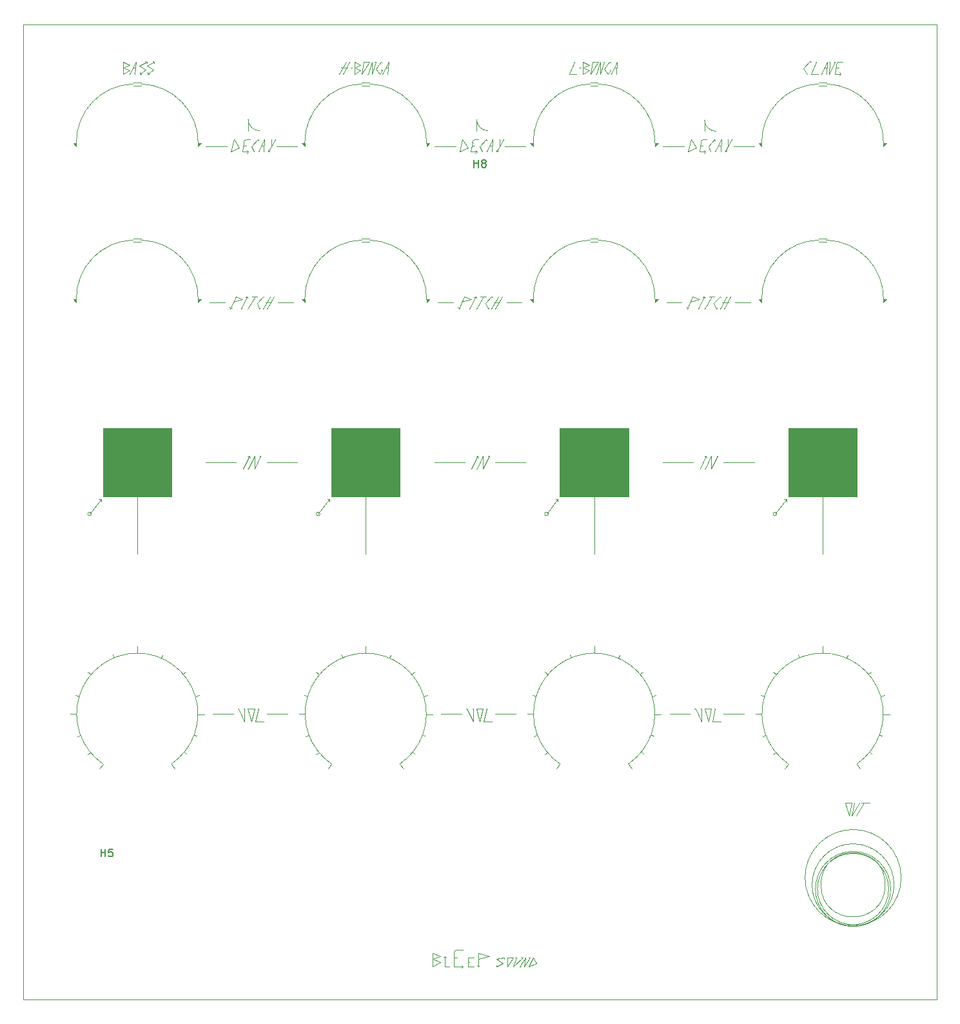
<source format=gto>
G04 #@! TF.GenerationSoftware,KiCad,Pcbnew,(6.0.6)*
G04 #@! TF.CreationDate,2022-10-26T12:00:59+02:00*
G04 #@! TF.ProjectId,Drumbox,4472756d-626f-4782-9e6b-696361645f70,rev?*
G04 #@! TF.SameCoordinates,Original*
G04 #@! TF.FileFunction,Legend,Top*
G04 #@! TF.FilePolarity,Positive*
%FSLAX46Y46*%
G04 Gerber Fmt 4.6, Leading zero omitted, Abs format (unit mm)*
G04 Created by KiCad (PCBNEW (6.0.6)) date 2022-10-26 12:00:59*
%MOMM*%
%LPD*%
G01*
G04 APERTURE LIST*
%ADD10C,0.120000*%
%ADD11C,0.100000*%
G04 #@! TA.AperFunction,Profile*
%ADD12C,0.050000*%
G04 #@! TD*
%ADD13C,0.150000*%
%ADD14O,6.700000X4.200000*%
%ADD15C,3.200000*%
G04 APERTURE END LIST*
D10*
X107500000Y-92950000D02*
X107500000Y-101700000D01*
X77500000Y-92950000D02*
X77500000Y-101700000D01*
X101500000Y-96450000D02*
G75*
G03*
X101500000Y-96450000I-250000J0D01*
G01*
X101250000Y-96450000D02*
X102750000Y-94550000D01*
X102750000Y-94550000D02*
X102450000Y-94550000D01*
X102750000Y-94550000D02*
X102750000Y-94850000D01*
X119100000Y-155900000D02*
X120300000Y-155900000D01*
X136025000Y-38700000D02*
X136825000Y-38200000D01*
X101000000Y-128072083D02*
X101350000Y-127782083D01*
X94700000Y-48900000D02*
X94900000Y-48800000D01*
G36*
X99500000Y-68700000D02*
G01*
X99100000Y-68300000D01*
X99500000Y-68300000D01*
X99500000Y-68700000D01*
G37*
X99500000Y-68700000D02*
X99100000Y-68300000D01*
X99500000Y-68300000D01*
X99500000Y-68700000D01*
X123400000Y-122000000D02*
X123300000Y-122000000D01*
X136825000Y-37500000D02*
X136025000Y-37100000D01*
G36*
X145500000Y-48200000D02*
G01*
X145500000Y-47800000D01*
X145900000Y-47800000D01*
X145500000Y-48200000D01*
G37*
X145500000Y-48200000D02*
X145500000Y-47800000D01*
X145900000Y-47800000D01*
X145500000Y-48200000D01*
X106000000Y-37900000D02*
X106800000Y-37500000D01*
X85499999Y-68300000D02*
G75*
G03*
X78000000Y-60500000I-7702759J99270D01*
G01*
X93400000Y-122000000D02*
X93300000Y-122000000D01*
X122200000Y-88850000D02*
X122300000Y-89050000D01*
X137000000Y-60300000D02*
X138000000Y-60300000D01*
X77850000Y-38700000D02*
X78050000Y-38700000D01*
X139525000Y-37100000D02*
X139625000Y-37200000D01*
X154500000Y-89700000D02*
X158500000Y-89700000D01*
X153525000Y-69500000D02*
X153625000Y-69400000D01*
X121900000Y-47300000D02*
X122300000Y-47300000D01*
X152200000Y-88850000D02*
X152000000Y-88950000D01*
X124700000Y-155900000D02*
X124700000Y-155700000D01*
X138050000Y-37100000D02*
X137000000Y-38700000D01*
X92060660Y-46139340D02*
X92060660Y-44639340D01*
X94325000Y-68700000D02*
X95125000Y-68700000D01*
X149925000Y-69400000D02*
X149725000Y-69500000D01*
X101000000Y-117172083D02*
X101410000Y-117522083D01*
G36*
X85500000Y-68700000D02*
G01*
X85500000Y-68300000D01*
X85900000Y-68300000D01*
X85500000Y-68700000D01*
G37*
X85500000Y-68700000D02*
X85500000Y-68300000D01*
X85900000Y-68300000D01*
X85500000Y-68700000D01*
X131000000Y-117172083D02*
X131410000Y-117522083D01*
X150100000Y-122700000D02*
X147400000Y-122700000D01*
X139525000Y-37100000D02*
X138825000Y-38000000D01*
X137000000Y-40000000D02*
G75*
G03*
X129500000Y-47800000I150000J-7650000D01*
G01*
X152100000Y-48900000D02*
X151900000Y-49100000D01*
X121500000Y-48100000D02*
X121800000Y-48100000D01*
X106000000Y-37100000D02*
X106000000Y-38700000D01*
X152900000Y-122000000D02*
X152500000Y-123700000D01*
X120425000Y-67900000D02*
X119725000Y-69500000D01*
X92900000Y-88850000D02*
X92900000Y-90550000D01*
X143890000Y-117172083D02*
X143540000Y-117492083D01*
X151400000Y-90550000D02*
X152200000Y-88850000D01*
X165500000Y-38700000D02*
X165600000Y-38600000D01*
X92200000Y-88850000D02*
X92000000Y-88950000D01*
X152000000Y-122000000D02*
X152900000Y-122000000D01*
X93700000Y-88850000D02*
X93600000Y-88850000D01*
X135525000Y-37900000D02*
X135725000Y-37900000D01*
X123225000Y-68800000D02*
X123525000Y-69500000D01*
X169700000Y-37100000D02*
G75*
G03*
X169300000Y-37500000I0J-400000D01*
G01*
X172000000Y-129272083D02*
G75*
G03*
X163000000Y-129272083I-4500000J6572083D01*
G01*
X153400000Y-122000000D02*
X153000000Y-123700000D01*
X167000000Y-60700000D02*
X168000000Y-60700000D01*
X108300000Y-37100000D02*
X107800000Y-38700000D01*
X140425000Y-37900000D02*
X140125000Y-37900000D01*
X117900000Y-154500000D02*
X117700000Y-154700000D01*
X168100000Y-37100000D02*
X168000000Y-38700000D01*
X152000000Y-44700000D02*
G75*
G03*
X153500000Y-46200000I1500000J0D01*
G01*
X108025000Y-37100000D02*
X106975000Y-38700000D01*
X82000000Y-129272083D02*
X82450000Y-129882083D01*
X121925000Y-67900000D02*
X121725000Y-68000000D01*
X124025000Y-67900000D02*
X123225000Y-68800000D01*
X94025000Y-67900000D02*
X93225000Y-68800000D01*
X91925000Y-67900000D02*
X91725000Y-68000000D01*
X124500000Y-89700000D02*
X128500000Y-89700000D01*
G36*
X159500000Y-48200000D02*
G01*
X159100000Y-47800000D01*
X159500000Y-47800000D01*
X159500000Y-48200000D01*
G37*
X159500000Y-48200000D02*
X159100000Y-47800000D01*
X159500000Y-47800000D01*
X159500000Y-48200000D01*
G36*
X129500000Y-68700000D02*
G01*
X129100000Y-68300000D01*
X129500000Y-68300000D01*
X129500000Y-68700000D01*
G37*
X129500000Y-68700000D02*
X129100000Y-68300000D01*
X129500000Y-68300000D01*
X129500000Y-68700000D01*
X154025000Y-67900000D02*
X154125000Y-68000000D01*
X152800000Y-48900000D02*
X152900000Y-48800000D01*
X176885165Y-145150000D02*
G75*
G03*
X176885165Y-145150000I-5385165J0D01*
G01*
X112000000Y-129272083D02*
G75*
G03*
X103000000Y-129272083I-4500000J6572083D01*
G01*
X107800000Y-38700000D02*
X107700000Y-38700000D01*
G36*
X69500000Y-48200000D02*
G01*
X69100000Y-47800000D01*
X69500000Y-47800000D01*
X69500000Y-48200000D01*
G37*
X69500000Y-48200000D02*
X69100000Y-47800000D01*
X69500000Y-47800000D01*
X69500000Y-48200000D01*
X90500000Y-89700000D02*
X86500000Y-89700000D01*
X156000000Y-68700000D02*
X158000000Y-68700000D01*
X117900000Y-155900000D02*
X118500000Y-155900000D01*
X150800000Y-122000000D02*
X151600000Y-123700000D01*
X94200000Y-47300000D02*
X93400000Y-48900000D01*
X120900000Y-48400000D02*
X120200000Y-47300000D01*
X167000000Y-40000000D02*
G75*
G03*
X159500000Y-47800000I150000J-7650000D01*
G01*
X150200000Y-47300000D02*
X149800000Y-48900000D01*
X110800000Y-114972083D02*
X110640000Y-115352083D01*
X116300000Y-154900000D02*
X117300000Y-154500000D01*
X122100000Y-48900000D02*
X121900000Y-49100000D01*
X138825000Y-38000000D02*
X139325000Y-38700000D01*
X125100000Y-48200000D02*
X125100000Y-47300000D01*
X92000000Y-122000000D02*
X92900000Y-122000000D01*
X126900000Y-154700000D02*
X126100000Y-154700000D01*
X119500000Y-153700000D02*
G75*
G03*
X119100000Y-154100000I0J-400000D01*
G01*
X165000000Y-37950000D02*
X165500000Y-38700000D01*
X126100000Y-155900000D02*
X126900000Y-154700000D01*
X83890000Y-117172083D02*
X83540000Y-117492083D01*
X120425000Y-67900000D02*
X121325000Y-68300000D01*
X129500000Y-154700000D02*
X128900000Y-155900000D01*
X89925000Y-69400000D02*
X89725000Y-69500000D01*
X175499930Y-68299999D02*
G75*
G03*
X168000000Y-60500000I-7702730J99299D01*
G01*
X77300000Y-37100000D02*
X77200000Y-38700000D01*
X93300000Y-47300000D02*
X93400000Y-47400000D01*
X108800000Y-37100000D02*
X108300000Y-38700000D01*
X146500000Y-48200000D02*
X149300000Y-48200000D01*
X92975000Y-67900000D02*
X92025000Y-69500000D01*
X110400000Y-37900000D02*
X110100000Y-37900000D01*
X173250000Y-134350000D02*
X173650000Y-134350000D01*
X121125000Y-69500000D02*
X121925000Y-67900000D01*
X169300000Y-37500000D02*
X169100000Y-38700000D01*
X116300000Y-155900000D02*
X117300000Y-155300000D01*
X145600000Y-120272083D02*
X145140000Y-120412083D01*
X168000000Y-37900000D02*
X167700000Y-37900000D01*
X123300000Y-47300000D02*
X122500000Y-48200000D01*
X128100000Y-154700000D02*
X127900000Y-154700000D01*
X133000000Y-129272083D02*
X132540000Y-129862083D01*
X92900000Y-90550000D02*
X93700000Y-88850000D01*
X113890000Y-117172083D02*
X113540000Y-117492083D01*
X145300000Y-125572083D02*
X144990000Y-125462083D01*
X151900000Y-47300000D02*
G75*
G03*
X151500000Y-47700000I0J-400000D01*
G01*
X80800000Y-114972083D02*
X80640000Y-115352083D01*
X92100000Y-48900000D02*
X91900000Y-48700000D01*
X142000000Y-129272083D02*
G75*
G03*
X133000000Y-129272083I-4500000J6572083D01*
G01*
X145502701Y-122772083D02*
X146274313Y-122772083D01*
X104900000Y-37100000D02*
X104000000Y-38700000D01*
X99600000Y-125672083D02*
X100040000Y-125512083D01*
X105400000Y-37100000D02*
X104500000Y-38700000D01*
X103000000Y-129272083D02*
X102540000Y-129862083D01*
X122300000Y-154100000D02*
X122300000Y-155900000D01*
X169700000Y-37100000D02*
X170100000Y-37100000D01*
X173890000Y-117172083D02*
X173540000Y-117492083D01*
X175499930Y-47799999D02*
G75*
G03*
X168000000Y-40000000I-7702730J99299D01*
G01*
X153225000Y-68800000D02*
X153525000Y-69500000D01*
X76450000Y-37500000D02*
X75650000Y-37100000D01*
X124200000Y-47300000D02*
X123400000Y-48900000D01*
X120500000Y-89700000D02*
X116500000Y-89700000D01*
X119925000Y-69400000D02*
X119725000Y-69500000D01*
X77500000Y-114733694D02*
X77500000Y-113772083D01*
X161000000Y-128072083D02*
X161350000Y-127782083D01*
X155425000Y-67900000D02*
X154525000Y-69500000D01*
G36*
X115500000Y-48200000D02*
G01*
X115500000Y-47800000D01*
X115900000Y-47800000D01*
X115500000Y-48200000D01*
G37*
X115500000Y-48200000D02*
X115500000Y-47800000D01*
X115900000Y-47800000D01*
X115500000Y-48200000D01*
X153300000Y-47300000D02*
X153400000Y-47400000D01*
X142000000Y-129272083D02*
X142450000Y-129882083D01*
X94100000Y-48100000D02*
X93800000Y-48100000D01*
X107000000Y-60300000D02*
X108000000Y-60300000D01*
X152500000Y-123700000D02*
X152000000Y-122000000D01*
X77850000Y-38700000D02*
X77850000Y-38500000D01*
X119100000Y-154700000D02*
X119500000Y-154700000D01*
X120900000Y-154700000D02*
X120900000Y-155900000D01*
X149725000Y-69500000D02*
X149625000Y-69300000D01*
X139575000Y-38100000D02*
X139675000Y-38200000D01*
X125700000Y-154700000D02*
X124700000Y-154900000D01*
X95100000Y-48200000D02*
X95600000Y-47300000D01*
X99400000Y-120272083D02*
X99860000Y-120412083D01*
X151600000Y-123700000D02*
X151600000Y-122000000D01*
X90800000Y-122000000D02*
X91600000Y-123700000D01*
X132750000Y-94550000D02*
X132450000Y-94550000D01*
X175300000Y-125572083D02*
X174990000Y-125462083D01*
X165850000Y-37000000D02*
X165950000Y-37100000D01*
X120900000Y-155300000D02*
X121100000Y-155300000D01*
X169900000Y-38700000D02*
X169700000Y-38900000D01*
X151925000Y-67900000D02*
X151725000Y-68000000D01*
X152500000Y-48200000D02*
X152800000Y-48900000D01*
X127300000Y-154700000D02*
X127100000Y-154700000D01*
X128716895Y-122700000D02*
X129488507Y-122700000D01*
X106975000Y-38700000D02*
X107225000Y-37100000D01*
X91600000Y-122000000D02*
X91500000Y-122000000D01*
X92100000Y-90550000D02*
X92000000Y-90550000D01*
X170450000Y-134350000D02*
X171350000Y-134350000D01*
X122500000Y-48200000D02*
X122800000Y-48900000D01*
X151900000Y-47300000D02*
X152300000Y-47300000D01*
X137000000Y-39800000D02*
X138000000Y-39800000D01*
X86500000Y-48200000D02*
X89300000Y-48200000D01*
X121600000Y-122000000D02*
X121500000Y-122000000D01*
X170800000Y-114972083D02*
X170640000Y-115352083D01*
X171350000Y-134350000D02*
X170950000Y-136050000D01*
X168100000Y-37100000D02*
X167300000Y-38700000D01*
X93525000Y-69500000D02*
X93625000Y-69400000D01*
X131250000Y-96450000D02*
X132750000Y-94550000D01*
X122100000Y-155700000D02*
X122300000Y-155900000D01*
X109500000Y-37100000D02*
X109600000Y-37200000D01*
X122300000Y-155900000D02*
X122300000Y-155700000D01*
X122100000Y-90550000D02*
X122000000Y-90550000D01*
G36*
X69500000Y-68700000D02*
G01*
X69100000Y-68300000D01*
X69500000Y-68300000D01*
X69500000Y-68700000D01*
G37*
X69500000Y-68700000D02*
X69100000Y-68300000D01*
X69500000Y-68300000D01*
X69500000Y-68700000D01*
X75650000Y-38700000D02*
X76450000Y-38200000D01*
X77000000Y-39800000D02*
X78000000Y-39800000D01*
X115300000Y-125572083D02*
X114990000Y-125462083D01*
X124100000Y-48100000D02*
X123800000Y-48100000D01*
X106800000Y-38200000D02*
X106000000Y-37900000D01*
X78850000Y-38700000D02*
X79050000Y-38700000D01*
X138325000Y-37100000D02*
X138325000Y-38700000D01*
X154700000Y-48900000D02*
X154700000Y-48700000D01*
X166000000Y-38700000D02*
X166900000Y-38700000D01*
X77000000Y-40200000D02*
X78000000Y-40200000D01*
X153000000Y-123700000D02*
X154100000Y-123700000D01*
X71000000Y-117172083D02*
X71410000Y-117522083D01*
X90100000Y-122700000D02*
X87400000Y-122700000D01*
X95100000Y-48200000D02*
X94700000Y-48900000D01*
X109550000Y-38100000D02*
X109650000Y-38200000D01*
G36*
X115500000Y-68700000D02*
G01*
X115500000Y-68300000D01*
X115900000Y-68300000D01*
X115500000Y-68700000D01*
G37*
X115500000Y-68700000D02*
X115500000Y-68300000D01*
X115900000Y-68300000D01*
X115500000Y-68700000D01*
X92575000Y-67900000D02*
X93275000Y-67900000D01*
X93225000Y-68800000D02*
X93525000Y-69500000D01*
X129100000Y-154700000D02*
X128900000Y-154700000D01*
X169150000Y-37100000D02*
X169050000Y-37100000D01*
X122200000Y-88850000D02*
X122000000Y-88950000D01*
X152575000Y-67900000D02*
X153275000Y-67900000D01*
X116500000Y-48200000D02*
X119300000Y-48200000D01*
X122500000Y-123700000D02*
X122000000Y-122000000D01*
X107225000Y-37100000D02*
X108025000Y-37100000D01*
X137000000Y-60500000D02*
G75*
G03*
X129500000Y-68300000I150000J-7650000D01*
G01*
X131000000Y-128072083D02*
X131350000Y-127782083D01*
X138825000Y-37100000D02*
X138725000Y-37100000D01*
X119800000Y-48900000D02*
X120900000Y-48400000D01*
X175600000Y-120272083D02*
X175140000Y-120412083D01*
X117900000Y-154500000D02*
X117900000Y-155900000D01*
X152900000Y-88850000D02*
X152900000Y-90550000D01*
X175502701Y-122772083D02*
X176274313Y-122772083D01*
X120100000Y-122700000D02*
X117400000Y-122700000D01*
X94025000Y-67900000D02*
X94125000Y-68000000D01*
X147000000Y-68700000D02*
X149000000Y-68700000D01*
X152100000Y-90550000D02*
X152900000Y-88850000D01*
X167500000Y-92950000D02*
X167500000Y-101700000D01*
X78750000Y-37100000D02*
X78550000Y-37000000D01*
X77000000Y-40000000D02*
G75*
G03*
X69500000Y-47800000I150000J-7650000D01*
G01*
X78750000Y-37600000D02*
X79650000Y-38100000D01*
X171650000Y-134350000D02*
X171350000Y-136050000D01*
X83930000Y-127912083D02*
X83690000Y-127712083D01*
X127300000Y-154700000D02*
X126900000Y-155900000D01*
G36*
X175500000Y-48200000D02*
G01*
X175500000Y-47800000D01*
X175900000Y-47800000D01*
X175500000Y-48200000D01*
G37*
X175500000Y-48200000D02*
X175500000Y-47800000D01*
X175900000Y-47800000D01*
X175500000Y-48200000D01*
X138325000Y-37100000D02*
X137825000Y-38700000D01*
X124700000Y-154900000D02*
X125500000Y-155500000D01*
X168450000Y-37100000D02*
X168350000Y-38700000D01*
X158716895Y-122700000D02*
X159488507Y-122700000D01*
X139325000Y-38700000D02*
X139675000Y-38200000D01*
X92100000Y-90550000D02*
X92900000Y-88850000D01*
D11*
G36*
X172000000Y-94200000D02*
G01*
X163000000Y-94200000D01*
X163000000Y-85200000D01*
X172000000Y-85200000D01*
X172000000Y-94200000D01*
G37*
X172000000Y-94200000D02*
X163000000Y-94200000D01*
X163000000Y-85200000D01*
X172000000Y-85200000D01*
X172000000Y-94200000D01*
D10*
X134225000Y-38700000D02*
X135125000Y-38700000D01*
X72750000Y-94550000D02*
X72450000Y-94550000D01*
X79650000Y-38100000D02*
X78850000Y-38700000D01*
X168450000Y-37100000D02*
X168350000Y-37100000D01*
X93000000Y-123700000D02*
X94100000Y-123700000D01*
X85300000Y-125572083D02*
X84990000Y-125462083D01*
X125500000Y-155500000D02*
X124700000Y-155900000D01*
X167000000Y-40200000D02*
X168000000Y-40200000D01*
X92800000Y-48900000D02*
X92900000Y-48800000D01*
X122575000Y-67900000D02*
X123275000Y-67900000D01*
X124700000Y-48900000D02*
X124900000Y-48800000D01*
X77000000Y-60500000D02*
G75*
G03*
X69500000Y-68300000I150000J-7650000D01*
G01*
X85600000Y-120272083D02*
X85140000Y-120412083D01*
X108800000Y-37100000D02*
X108700000Y-37100000D01*
X108300000Y-37100000D02*
X108300000Y-38700000D01*
X170950000Y-136050000D02*
X170450000Y-134350000D01*
X94925000Y-67900000D02*
X94025000Y-69500000D01*
X154925000Y-67900000D02*
X154025000Y-69500000D01*
X90425000Y-67900000D02*
X91325000Y-68300000D01*
X167000000Y-39800000D02*
X168000000Y-39800000D01*
G36*
X129500000Y-48200000D02*
G01*
X129100000Y-47800000D01*
X129500000Y-47800000D01*
X129500000Y-48200000D01*
G37*
X129500000Y-48200000D02*
X129100000Y-47800000D01*
X129500000Y-47800000D01*
X129500000Y-48200000D01*
X77200000Y-37900000D02*
X76900000Y-37900000D01*
X154025000Y-67900000D02*
X153225000Y-68800000D01*
X124200000Y-47300000D02*
X124100000Y-48900000D01*
X77000000Y-60300000D02*
X78000000Y-60300000D01*
X137825000Y-38700000D02*
X137725000Y-38700000D01*
X155100000Y-48200000D02*
X154700000Y-48900000D01*
X117300000Y-154500000D02*
X116300000Y-154100000D01*
X151325000Y-68300000D02*
X150125000Y-68600000D01*
X92500000Y-48200000D02*
X92800000Y-48900000D01*
X98716895Y-122700000D02*
X99488507Y-122700000D01*
X93300000Y-47300000D02*
X92500000Y-48200000D01*
X125100000Y-48200000D02*
X124700000Y-48900000D01*
X126000000Y-68700000D02*
X128000000Y-68700000D01*
X117300000Y-155300000D02*
X116300000Y-154900000D01*
X154200000Y-47300000D02*
X153400000Y-48900000D01*
X149800000Y-48900000D02*
X150900000Y-48400000D01*
X172550000Y-134350000D02*
X173250000Y-134350000D01*
X134925000Y-37100000D02*
X134225000Y-38700000D01*
X127700000Y-155900000D02*
X127900000Y-155900000D01*
D11*
G36*
X142000000Y-94200000D02*
G01*
X133000000Y-94200000D01*
X133000000Y-85200000D01*
X142000000Y-85200000D01*
X142000000Y-94200000D01*
G37*
X142000000Y-94200000D02*
X133000000Y-94200000D01*
X133000000Y-85200000D01*
X142000000Y-85200000D01*
X142000000Y-94200000D01*
D10*
X136825000Y-38200000D02*
X136025000Y-37900000D01*
X122000000Y-122000000D02*
X122900000Y-122000000D01*
X134300000Y-114872083D02*
X134490000Y-115322083D01*
X109300000Y-38700000D02*
X109650000Y-38200000D01*
X73000000Y-129272083D02*
X72540000Y-129862083D01*
X122060660Y-44639340D02*
G75*
G03*
X123560660Y-46139340I1500040J40D01*
G01*
X91925000Y-67900000D02*
X92025000Y-68100000D01*
X137500000Y-92950000D02*
X137500000Y-101700000D01*
X166700000Y-37100000D02*
X166000000Y-38700000D01*
X164300000Y-114872083D02*
X164490000Y-115322083D01*
X145499930Y-47799999D02*
G75*
G03*
X138000000Y-40000000I-7702730J99299D01*
G01*
G36*
X99500000Y-48200000D02*
G01*
X99100000Y-47800000D01*
X99500000Y-47800000D01*
X99500000Y-48200000D01*
G37*
X99500000Y-48200000D02*
X99100000Y-47800000D01*
X99500000Y-47800000D01*
X99500000Y-48200000D01*
X129400000Y-120272083D02*
X129860000Y-120412083D01*
X150500000Y-89700000D02*
X146500000Y-89700000D01*
X92900000Y-122000000D02*
X92500000Y-123700000D01*
X79750000Y-37100000D02*
X79550000Y-37000000D01*
X91400000Y-90550000D02*
X92200000Y-88850000D01*
X161000000Y-117172083D02*
X161410000Y-117522083D01*
X120800000Y-122000000D02*
X121600000Y-123700000D01*
X175719301Y-145150000D02*
G75*
G03*
X175719301Y-145150000I-4219301J0D01*
G01*
X152975000Y-67900000D02*
X152025000Y-69500000D01*
X153300000Y-47300000D02*
X152500000Y-48200000D01*
X125425000Y-67900000D02*
X124525000Y-69500000D01*
X107500000Y-114733694D02*
X107500000Y-113772083D01*
X152900000Y-90550000D02*
X153700000Y-88850000D01*
X122800000Y-48900000D02*
X122900000Y-48800000D01*
X155800000Y-48200000D02*
X158500000Y-48200000D01*
X172950000Y-134350000D02*
X171950000Y-136050000D01*
X151500000Y-48100000D02*
X151800000Y-48100000D01*
X150425000Y-67900000D02*
X151325000Y-68300000D01*
X176180278Y-145700000D02*
G75*
G03*
X176180278Y-145700000I-4680278J0D01*
G01*
X112000000Y-129272083D02*
X112450000Y-129882083D01*
X117000000Y-68700000D02*
X119000000Y-68700000D01*
X122900000Y-122000000D02*
X122500000Y-123700000D01*
X151125000Y-69500000D02*
X151925000Y-67900000D01*
X107000000Y-39800000D02*
X108000000Y-39800000D01*
X94500000Y-89700000D02*
X98500000Y-89700000D01*
X85502701Y-122772083D02*
X86274313Y-122772083D01*
X121325000Y-68300000D02*
X120125000Y-68600000D01*
X91125000Y-69500000D02*
X91925000Y-67900000D01*
X165850000Y-37000000D02*
X165000000Y-37950000D01*
X151600000Y-122000000D02*
X151500000Y-122000000D01*
X129600000Y-125672083D02*
X130040000Y-125512083D01*
X169100000Y-38700000D02*
X169800000Y-38700000D01*
X150800000Y-122000000D02*
X150700000Y-122000000D01*
X134925000Y-37100000D02*
X134825000Y-37100000D01*
X124700000Y-48900000D02*
X124700000Y-48700000D01*
X159400000Y-120272083D02*
X159860000Y-120412083D01*
X176439636Y-145700000D02*
G75*
G03*
X176439636Y-145700000I-4939636J0D01*
G01*
X69400000Y-120272083D02*
X69860000Y-120412083D01*
X132750000Y-94550000D02*
X132750000Y-94850000D01*
X137000000Y-38700000D02*
X137250000Y-37100000D01*
X78850000Y-38700000D02*
X78850000Y-38500000D01*
X104300000Y-37900000D02*
X105100000Y-37900000D01*
X76450000Y-38200000D02*
X75650000Y-37900000D01*
X123400000Y-122000000D02*
X123000000Y-123700000D01*
D11*
G36*
X112000000Y-94200000D02*
G01*
X103000000Y-94200000D01*
X103000000Y-85200000D01*
X112000000Y-85200000D01*
X112000000Y-94200000D01*
G37*
X112000000Y-94200000D02*
X103000000Y-94200000D01*
X103000000Y-85200000D01*
X112000000Y-85200000D01*
X112000000Y-94200000D01*
D10*
X124500000Y-122700000D02*
X127200000Y-122700000D01*
X167000000Y-60500000D02*
G75*
G03*
X159500000Y-68300000I150000J-7650000D01*
G01*
X77000000Y-60700000D02*
X78000000Y-60700000D01*
X171350000Y-136050000D02*
X172350000Y-134350000D01*
X167500000Y-114733694D02*
X167500000Y-113772083D01*
X154200000Y-47300000D02*
X154100000Y-48900000D01*
X125800000Y-48200000D02*
X128500000Y-48200000D01*
X122975000Y-67900000D02*
X122025000Y-69500000D01*
X119500000Y-153700000D02*
X120300000Y-153700000D01*
X137000000Y-40200000D02*
X138000000Y-40200000D01*
X123000000Y-123700000D02*
X124100000Y-123700000D01*
X152100000Y-90550000D02*
X152000000Y-90550000D01*
X122300000Y-155900000D02*
X122500000Y-155700000D01*
X152000000Y-46200000D02*
X152000000Y-44700000D01*
X74300000Y-114872083D02*
X74490000Y-115322083D01*
X116300000Y-154100000D02*
X116300000Y-155900000D01*
X151300000Y-48900000D02*
X152000000Y-48900000D01*
X123525000Y-69500000D02*
X123625000Y-69400000D01*
X72750000Y-94550000D02*
X72750000Y-94850000D01*
X115502701Y-122772083D02*
X116274313Y-122772083D01*
X126900000Y-155900000D02*
X128100000Y-154700000D01*
X136025000Y-37900000D02*
X136825000Y-37500000D01*
X89800000Y-48900000D02*
X90900000Y-48400000D01*
X90200000Y-47300000D02*
X89800000Y-48900000D01*
X151925000Y-67900000D02*
X152025000Y-68100000D01*
X140800000Y-114972083D02*
X140640000Y-115352083D01*
X138825000Y-37100000D02*
X138325000Y-38700000D01*
X79750000Y-37100000D02*
X79750000Y-37300000D01*
X75650000Y-37100000D02*
X75650000Y-38700000D01*
X120300000Y-155900000D02*
X120100000Y-155700000D01*
X71500000Y-96450000D02*
G75*
G03*
X71500000Y-96450000I-250000J0D01*
G01*
X163000000Y-129272083D02*
X162540000Y-129862083D01*
X90425000Y-67900000D02*
X89725000Y-69500000D01*
X89725000Y-69500000D02*
X89625000Y-69300000D01*
X137000000Y-60700000D02*
X138000000Y-60700000D01*
X129500000Y-154700000D02*
X129900000Y-155500000D01*
X95425000Y-67900000D02*
X94525000Y-69500000D01*
X150900000Y-48400000D02*
X150200000Y-47300000D01*
X91500000Y-47700000D02*
X91300000Y-48900000D01*
X169900000Y-38700000D02*
X169700000Y-38500000D01*
X93400000Y-122000000D02*
X93000000Y-123700000D01*
X105500000Y-37900000D02*
X105700000Y-37900000D01*
X68716895Y-122700000D02*
X69488507Y-122700000D01*
X79750000Y-37100000D02*
X78750000Y-37600000D01*
X162750000Y-94550000D02*
X162450000Y-94550000D01*
X173930000Y-127912083D02*
X173690000Y-127712083D01*
X82000000Y-129272083D02*
G75*
G03*
X73000000Y-129272083I-4500000J6572083D01*
G01*
X155100000Y-48200000D02*
X155100000Y-47300000D01*
X113930000Y-127912083D02*
X113690000Y-127712083D01*
X78750000Y-37100000D02*
X78750000Y-37300000D01*
X107000000Y-40000000D02*
G75*
G03*
X99500000Y-47800000I150000J-7650000D01*
G01*
X109500000Y-37100000D02*
X108800000Y-38000000D01*
X153700000Y-88850000D02*
X153600000Y-88850000D01*
X117900000Y-154500000D02*
X118100000Y-154700000D01*
X115499930Y-68299999D02*
G75*
G03*
X108000000Y-60500000I-7702730J99299D01*
G01*
X78650000Y-38100000D02*
X77850000Y-38700000D01*
X123700000Y-88850000D02*
X123600000Y-88850000D01*
G36*
X159500000Y-68700000D02*
G01*
X159100000Y-68300000D01*
X159500000Y-68300000D01*
X159500000Y-68700000D01*
G37*
X159500000Y-68700000D02*
X159100000Y-68300000D01*
X159500000Y-68300000D01*
X159500000Y-68700000D01*
X77300000Y-37100000D02*
X76500000Y-38700000D01*
X122900000Y-88850000D02*
X122900000Y-90550000D01*
X155100000Y-48200000D02*
X155600000Y-47300000D01*
X122060660Y-46139340D02*
X122060660Y-44639340D01*
X154325000Y-68700000D02*
X155125000Y-68700000D01*
X152200000Y-88850000D02*
X152300000Y-89050000D01*
X128500000Y-154700000D02*
X127700000Y-155900000D01*
X131500000Y-96450000D02*
G75*
G03*
X131500000Y-96450000I-250000J0D01*
G01*
X107000000Y-60500000D02*
G75*
G03*
X99500000Y-68300000I150000J-7650000D01*
G01*
X110500000Y-37100000D02*
X110400000Y-38700000D01*
X95100000Y-48200000D02*
X95100000Y-47300000D01*
X120300000Y-155900000D02*
X120100000Y-156100000D01*
X120200000Y-47300000D02*
X119800000Y-48900000D01*
X136025000Y-37100000D02*
X136025000Y-38700000D01*
X94500000Y-122700000D02*
X97200000Y-122700000D01*
X121600000Y-123700000D02*
X121600000Y-122000000D01*
X122300000Y-154100000D02*
X123700000Y-154500000D01*
X121300000Y-48900000D02*
X122000000Y-48900000D01*
X122900000Y-90550000D02*
X123700000Y-88850000D01*
X128300000Y-155900000D02*
X129100000Y-154700000D01*
X128900000Y-155900000D02*
X129900000Y-155500000D01*
X162750000Y-94550000D02*
X162750000Y-94850000D01*
X124925000Y-67900000D02*
X124025000Y-69500000D01*
X123300000Y-47300000D02*
X123400000Y-47400000D01*
X154500000Y-122700000D02*
X157200000Y-122700000D01*
X92060660Y-44639340D02*
G75*
G03*
X93560660Y-46139340I1500040J40D01*
G01*
X120900000Y-155900000D02*
X121700000Y-155900000D01*
X92200000Y-88850000D02*
X92300000Y-89050000D01*
X124325000Y-68700000D02*
X125125000Y-68700000D01*
X166700000Y-37100000D02*
X166600000Y-37100000D01*
X71000000Y-128072083D02*
X71350000Y-127782083D01*
X137500000Y-114733694D02*
X137500000Y-113772083D01*
X96000000Y-68700000D02*
X98000000Y-68700000D01*
X125100000Y-48200000D02*
X125600000Y-47300000D01*
X154100000Y-48100000D02*
X153800000Y-48100000D01*
X69600000Y-125672083D02*
X70040000Y-125512083D01*
X87000000Y-68700000D02*
X89000000Y-68700000D01*
X95800000Y-48200000D02*
X98500000Y-48200000D01*
X123700000Y-154500000D02*
X122300000Y-154900000D01*
X167000000Y-60300000D02*
X168000000Y-60300000D01*
X91900000Y-47300000D02*
G75*
G03*
X91500000Y-47700000I0J-400000D01*
G01*
X75650000Y-37900000D02*
X76450000Y-37500000D01*
X71250000Y-96450000D02*
X72750000Y-94550000D01*
G36*
X145500000Y-68700000D02*
G01*
X145500000Y-68300000D01*
X145900000Y-68300000D01*
X145500000Y-68700000D01*
G37*
X145500000Y-68700000D02*
X145500000Y-68300000D01*
X145900000Y-68300000D01*
X145500000Y-68700000D01*
X77750000Y-37600000D02*
X78650000Y-38100000D01*
X122100000Y-90550000D02*
X122900000Y-88850000D01*
X91900000Y-47300000D02*
X92300000Y-47300000D01*
X115600000Y-120272083D02*
X115140000Y-120412083D01*
X91600000Y-123700000D02*
X91600000Y-122000000D01*
X90800000Y-122000000D02*
X90700000Y-122000000D01*
X177813478Y-144200000D02*
G75*
G03*
X177813478Y-144200000I-6313478J0D01*
G01*
X121400000Y-90550000D02*
X122200000Y-88850000D01*
X122100000Y-48900000D02*
X121900000Y-48700000D01*
X115499930Y-47799999D02*
G75*
G03*
X108000000Y-40000000I-7702730J99299D01*
G01*
X121500000Y-47700000D02*
X121300000Y-48900000D01*
X161500000Y-96450000D02*
G75*
G03*
X161500000Y-96450000I-250000J0D01*
G01*
X94700000Y-48900000D02*
X94700000Y-48700000D01*
X161250000Y-96450000D02*
X162750000Y-94550000D01*
X119100000Y-154100000D02*
X119100000Y-155900000D01*
X106000000Y-38700000D02*
X106800000Y-38200000D01*
X91500000Y-48100000D02*
X91800000Y-48100000D01*
X121900000Y-47300000D02*
G75*
G03*
X121500000Y-47700000I0J-400000D01*
G01*
X159600000Y-125672083D02*
X160040000Y-125512083D01*
D11*
G36*
X82000000Y-94200000D02*
G01*
X73000000Y-94200000D01*
X73000000Y-85200000D01*
X82000000Y-85200000D01*
X82000000Y-94200000D01*
G37*
X82000000Y-94200000D02*
X73000000Y-94200000D01*
X73000000Y-85200000D01*
X82000000Y-85200000D01*
X82000000Y-94200000D01*
D10*
X110500000Y-37100000D02*
X109700000Y-38700000D01*
X172000000Y-129272083D02*
X172450000Y-129882083D01*
X152100000Y-48900000D02*
X151900000Y-48700000D01*
X94200000Y-47300000D02*
X94100000Y-48900000D01*
X104300000Y-114872083D02*
X104490000Y-115322083D01*
X169300000Y-37900000D02*
X169600000Y-37900000D01*
X85499999Y-47800000D02*
G75*
G03*
X78000000Y-40000000I-7702759J99270D01*
G01*
X120800000Y-122000000D02*
X120700000Y-122000000D01*
X143930000Y-127912083D02*
X143690000Y-127712083D01*
X91325000Y-68300000D02*
X90125000Y-68600000D01*
X151500000Y-47700000D02*
X151300000Y-48900000D01*
X92500000Y-123700000D02*
X92000000Y-122000000D01*
X154700000Y-48900000D02*
X154900000Y-48800000D01*
X140525000Y-37100000D02*
X139725000Y-38700000D01*
X153400000Y-122000000D02*
X153300000Y-122000000D01*
X90900000Y-48400000D02*
X90200000Y-47300000D01*
X78750000Y-37100000D02*
X77750000Y-37600000D01*
X169150000Y-37100000D02*
X168350000Y-38700000D01*
X125700000Y-154700000D02*
X125700000Y-154900000D01*
X91300000Y-48900000D02*
X92000000Y-48900000D01*
X119725000Y-69500000D02*
X119625000Y-69300000D01*
X145499930Y-68299999D02*
G75*
G03*
X138000000Y-60500000I-7702730J99299D01*
G01*
X150425000Y-67900000D02*
X149725000Y-69500000D01*
X126100000Y-154700000D02*
X126100000Y-155900000D01*
X108800000Y-38000000D02*
X109300000Y-38700000D01*
X140525000Y-37100000D02*
X140425000Y-38700000D01*
X137250000Y-37100000D02*
X138050000Y-37100000D01*
X107000000Y-40200000D02*
X108000000Y-40200000D01*
X128500000Y-154700000D02*
X128300000Y-155900000D01*
X107000000Y-60700000D02*
X108000000Y-60700000D01*
X92100000Y-48900000D02*
X91900000Y-49100000D01*
X120900000Y-154700000D02*
X121700000Y-154700000D01*
G36*
X85500000Y-48200000D02*
G01*
X85500000Y-47800000D01*
X85900000Y-47800000D01*
X85500000Y-48200000D01*
G37*
X85500000Y-48200000D02*
X85500000Y-47800000D01*
X85900000Y-47800000D01*
X85500000Y-48200000D01*
X124025000Y-67900000D02*
X124125000Y-68000000D01*
G36*
X175500000Y-68700000D02*
G01*
X175500000Y-68300000D01*
X175900000Y-68300000D01*
X175500000Y-68700000D01*
G37*
X175500000Y-68700000D02*
X175500000Y-68300000D01*
X175900000Y-68300000D01*
X175500000Y-68700000D01*
X106800000Y-37500000D02*
X106000000Y-37100000D01*
X121925000Y-67900000D02*
X122025000Y-68100000D01*
D12*
X62500000Y-32200000D02*
X62500000Y-160200000D01*
X62500000Y-32200000D02*
X182500000Y-32200000D01*
X182500000Y-32200000D02*
X182500000Y-160200000D01*
X182500000Y-160200000D02*
X62500000Y-160200000D01*
D13*
X72738095Y-141452380D02*
X72738095Y-140452380D01*
X72738095Y-140928571D02*
X73309523Y-140928571D01*
X73309523Y-141452380D02*
X73309523Y-140452380D01*
X74261904Y-140452380D02*
X73785714Y-140452380D01*
X73738095Y-140928571D01*
X73785714Y-140880952D01*
X73880952Y-140833333D01*
X74119047Y-140833333D01*
X74214285Y-140880952D01*
X74261904Y-140928571D01*
X74309523Y-141023809D01*
X74309523Y-141261904D01*
X74261904Y-141357142D01*
X74214285Y-141404761D01*
X74119047Y-141452380D01*
X73880952Y-141452380D01*
X73785714Y-141404761D01*
X73738095Y-141357142D01*
X121738095Y-50952380D02*
X121738095Y-49952380D01*
X121738095Y-50428571D02*
X122309523Y-50428571D01*
X122309523Y-50952380D02*
X122309523Y-49952380D01*
X122928571Y-50380952D02*
X122833333Y-50333333D01*
X122785714Y-50285714D01*
X122738095Y-50190476D01*
X122738095Y-50142857D01*
X122785714Y-50047619D01*
X122833333Y-50000000D01*
X122928571Y-49952380D01*
X123119047Y-49952380D01*
X123214285Y-50000000D01*
X123261904Y-50047619D01*
X123309523Y-50142857D01*
X123309523Y-50190476D01*
X123261904Y-50285714D01*
X123214285Y-50333333D01*
X123119047Y-50380952D01*
X122928571Y-50380952D01*
X122833333Y-50428571D01*
X122785714Y-50476190D01*
X122738095Y-50571428D01*
X122738095Y-50761904D01*
X122785714Y-50857142D01*
X122833333Y-50904761D01*
X122928571Y-50952380D01*
X123119047Y-50952380D01*
X123214285Y-50904761D01*
X123261904Y-50857142D01*
X123309523Y-50761904D01*
X123309523Y-50571428D01*
X123261904Y-50476190D01*
X123214285Y-50428571D01*
X123119047Y-50380952D01*
%LPC*%
D14*
X70000000Y-35200000D03*
X175000000Y-35200000D03*
X70000000Y-157200000D03*
D15*
X73500000Y-145200000D03*
D14*
X175000000Y-157200000D03*
D15*
X122500000Y-54700000D03*
M02*

</source>
